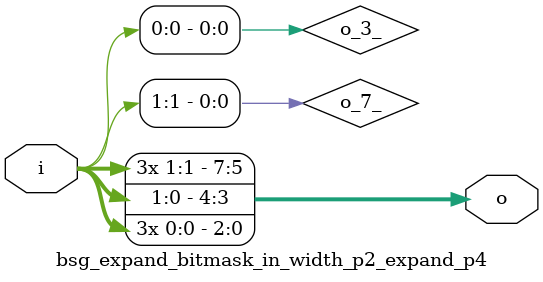
<source format=v>
module bsg_expand_bitmask_in_width_p2_expand_p4
(
  i,
  o
);
  input [1:0] i;
  output [7:0] o;
  wire [7:0] o;
  wire o_7_,o_3_;
  assign o_7_ = i[1];
  assign o[4] = o_7_;
  assign o[5] = o_7_;
  assign o[6] = o_7_;
  assign o[7] = o_7_;
  assign o_3_ = i[0];
  assign o[0] = o_3_;
  assign o[1] = o_3_;
  assign o[2] = o_3_;
  assign o[3] = o_3_;
endmodule
</source>
